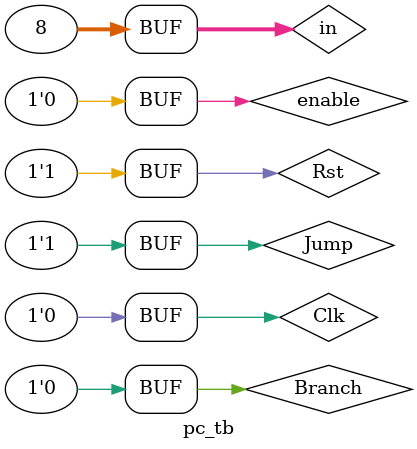
<source format=v>

module pc_tb();

    reg [31:0] in;
    wire[31:0] q;
    reg enable, Jump, Branch, Clk, Rst;

    pc DUT_pc(in, q, enable, Jump, Branch, Clk, Rst);

    always 
    begin
        Clk = 1;
        #10 Clk = 0;
        #10;
    end

    initial
    begin
        Rst = 1;
        in = 32'h00000000;
        enable = 1'b0;
        Jump = 1'b0;
        Branch = 1'b0;
        #20
        Rst = 0;
        #20
        Rst = 1;
        #20
        in = 32'h00000004;
        #20;
        enable = 1'b1;
        #20 
        enable = 1'b0;
        Jump = 1'b1;
        #20
        in = 32'h000000008;
        #20 
        enable = 1'b1;
        #20
        enable = 1'b0;
        #20 
        enable = 1'b1;
        #20
        enable = 1'b0;
    end
endmodule
</source>
